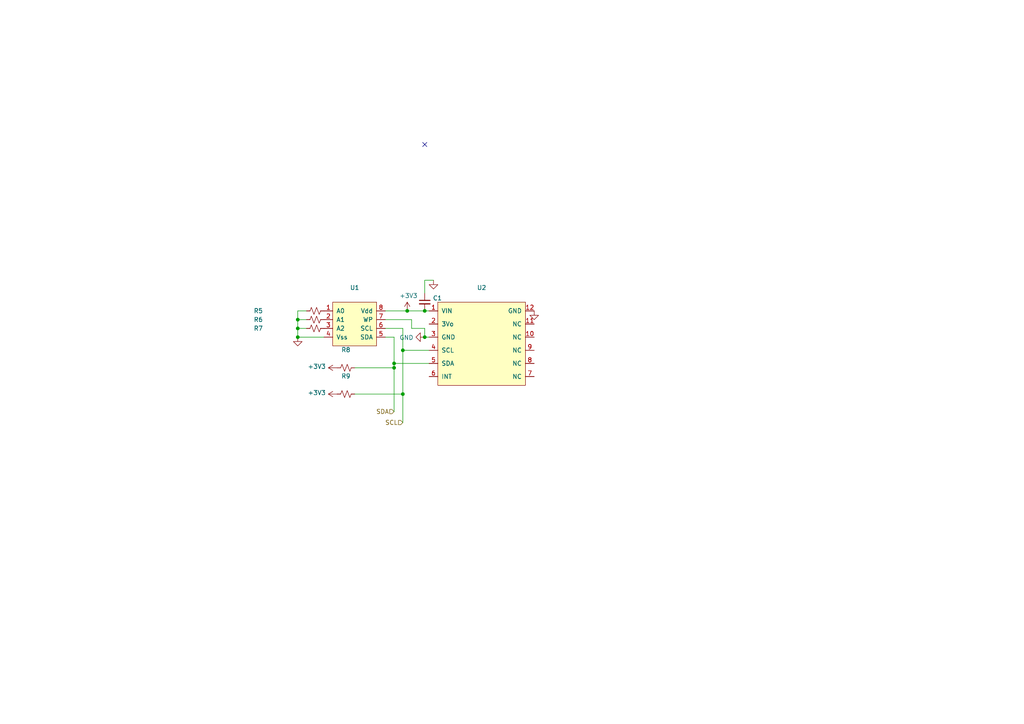
<source format=kicad_sch>
(kicad_sch (version 20211123) (generator eeschema)
  (paper "A4")
  (title_block (title "Avionics Board") (rev "A") (company "SilverSat Limited"))
  (lib_symbols
    (symbol "Device:C_Small" (pin_numbers hide) (pin_names (offset 0.254) hide)
      (property "Reference" "C" (at 0.254 1.778 0))
      (property "Value" "C_Small" (at 0.254 -2.032 0))
      (symbol "C_Small_0_1"
        (polyline (pts (xy -1.524 -0.508) (xy 1.524 -0.508)) (stroke (width 0.3302)))
        (polyline (pts (xy -1.524 0.508) (xy 1.524 0.508)) (stroke (width 0.3048)))
      )
      (symbol "C_Small_1_1"
        (pin passive line (at 0 2.54 270) (length 2.032) (name "~") (number "1"))
        (pin passive line (at 0 -2.54 90) (length 2.032) (name "~") (number "2"))
      )
    )
    (symbol "Device:R_Small_US" (pin_numbers hide) (pin_names (offset 0.254) hide)
      (property "Reference" "R" (at 0.762 0.508 0))
      (property "Value" "R_Small_US" (at 0.762 -1.016 0))
      (symbol "R_Small_US_1_1"
        (polyline (pts (xy 0 0) (xy 1.016 -0.381) (xy 0 -0.762) (xy -1.016 -1.143) (xy 0 -1.524)))
        (polyline (pts (xy 0 1.524) (xy 1.016 1.143) (xy 0 0.762) (xy -1.016 0.381) (xy 0 0)))
        (pin passive line (at 0 2.54 270) (length 1.016) (name "~") (number "1"))
        (pin passive line (at 0 -2.54 90) (length 1.016) (name "~") (number "2"))
      )
    )
    (symbol "SilverSat_symbols:AdaFruitMPU6050" (pin_names (offset 1.016))
      (property "Reference" "U" (at 0 0 0))
      (property "Value" "AdaFruitMPU6050" (at 0 0 0))
      (symbol "AdaFruitMPU6050_0_1"
        (rectangle (start -12.7 -6.35) (end 12.7 -30.48) (fill (type background)))
      )
      (symbol "AdaFruitMPU6050_1_1"
        (pin power_in line (at -15.24 -8.89 0) (length 2.54) (name "VIN") (number "1"))
        (pin input line (at 15.24 -16.51 180) (length 2.54) (name "NC") (number "10"))
        (pin input line (at 15.24 -12.7 180) (length 2.54) (name "NC") (number "11"))
        (pin input line (at 15.24 -8.89 180) (length 2.54) (name "GND") (number "12"))
        (pin power_out line (at -15.24 -12.7 0) (length 2.54) (name "3Vo") (number "2"))
        (pin input line (at -15.24 -16.51 0) (length 2.54) (name "GND") (number "3"))
        (pin input line (at -15.24 -20.32 0) (length 2.54) (name "SCL") (number "4"))
        (pin bidirectional line (at -15.24 -24.13 0) (length 2.54) (name "SDA") (number "5"))
        (pin input line (at -15.24 -27.94 0) (length 2.54) (name "INT") (number "6"))
        (pin input line (at 15.24 -27.94 180) (length 2.54) (name "NC") (number "7"))
        (pin input line (at 15.24 -24.13 180) (length 2.54) (name "NC") (number "8"))
        (pin input line (at 15.24 -20.32 180) (length 2.54) (name "NC") (number "9"))
      )
    )
    (symbol "SilverSat_symbols:CY15B256J_FRAM" (pin_names (offset 1.016))
      (property "Reference" "U" (at 0 0 0))
      (property "Value" "CY15B256J_FRAM" (at 0 -2.54 0))
      (symbol "CY15B256J_FRAM_0_1"
        (rectangle (start -6.35 -5.08) (end 6.35 -17.78) (fill (type background)))
      )
      (symbol "CY15B256J_FRAM_1_1"
        (pin input line (at -8.89 -7.62 0) (length 2.54) (name "A0") (number "1"))
        (pin input line (at -8.89 -10.16 0) (length 2.54) (name "A1") (number "2"))
        (pin input line (at -8.89 -12.7 0) (length 2.54) (name "A2") (number "3"))
        (pin power_in line (at -8.89 -15.24 0) (length 2.54) (name "Vss") (number "4"))
        (pin bidirectional line (at 8.89 -15.24 180) (length 2.54) (name "SDA") (number "5"))
        (pin input line (at 8.89 -12.7 180) (length 2.54) (name "SCL") (number "6"))
        (pin input line (at 8.89 -10.16 180) (length 2.54) (name "WP") (number "7"))
        (pin power_in line (at 8.89 -7.62 180) (length 2.54) (name "Vdd") (number "8"))
      )
    )
    (symbol "power:+3.3V" (power) (pin_names (offset 0))
      (property "Value" "+3.3V" (at 0 3.556 0))
      (symbol "+3.3V_0_1"
        (polyline (pts (xy -0.762 1.27) (xy 0 2.54)))
        (polyline (pts (xy 0 0) (xy 0 2.54)))
        (polyline (pts (xy 0 2.54) (xy 0.762 1.27)))
      )
      (symbol "+3.3V_1_1"
        (pin power_in line (at 0 0 90) (length 0) hide (name "+3V3") (number "1"))
      )
    )
    (symbol "power:GND" (power) (pin_names (offset 0))
      (property "Value" "GND" (at 0 -3.81 0))
      (symbol "GND_0_1"
        (polyline (pts (xy 0 0) (xy 0 -1.27) (xy 1.27 -1.27) (xy 0 -2.54) (xy -1.27 -1.27) (xy 0 -1.27)))
      )
      (symbol "GND_1_1"
        (pin power_in line (at 0 0 270) (length 0) hide (name "GND") (number "1"))
      )
    )
  )
  (junction (at 86.36 97.79))
  (junction (at 123.19 97.79))
  (junction (at 118.11 90.17))
  (junction (at 116.84 114.3))
  (junction (at 114.3 105.41))
  (junction (at 116.84 101.6))
  (junction (at 86.36 95.25))
  (junction (at 86.36 92.71))
  (junction (at 114.3 106.68))
  (junction (at 123.19 90.17))
  (no_connect (at 123.19 41.91))
  (wire (pts (xy 86.36 95.25) (xy 86.36 97.79)))
  (wire (pts (xy 124.46 105.41) (xy 114.3 105.41)))
  (wire (pts (xy 111.76 95.25) (xy 116.84 95.25)))
  (wire (pts (xy 123.19 85.09) (xy 123.19 81.28)))
  (wire (pts (xy 114.3 105.41) (xy 114.3 106.68)))
  (wire (pts (xy 86.36 90.17) (xy 86.36 92.71)))
  (wire (pts (xy 86.36 95.25) (xy 88.9 95.25)))
  (wire (pts (xy 111.76 90.17) (xy 118.11 90.17)))
  (wire (pts (xy 86.36 92.71) (xy 86.36 95.25)))
  (wire (pts (xy 124.46 101.6) (xy 116.84 101.6)))
  (wire (pts (xy 111.76 97.79) (xy 114.3 97.79)))
  (wire (pts (xy 119.38 95.25) (xy 119.38 92.71)))
  (wire (pts (xy 116.84 114.3) (xy 116.84 122.555)))
  (wire (pts (xy 118.11 90.17) (xy 123.19 90.17)))
  (wire (pts (xy 123.19 90.17) (xy 124.46 90.17)))
  (wire (pts (xy 123.19 81.28) (xy 125.73 81.28)))
  (wire (pts (xy 116.84 101.6) (xy 116.84 114.3)))
  (wire (pts (xy 114.3 106.68) (xy 114.3 119.38)))
  (wire (pts (xy 86.36 90.17) (xy 88.9 90.17)))
  (wire (pts (xy 86.36 97.79) (xy 93.98 97.79)))
  (wire (pts (xy 124.46 97.79) (xy 123.19 97.79)))
  (wire (pts (xy 114.3 97.79) (xy 114.3 105.41)))
  (wire (pts (xy 123.19 95.25) (xy 119.38 95.25)))
  (wire (pts (xy 123.19 97.79) (xy 123.19 95.25)))
  (wire (pts (xy 86.36 92.71) (xy 88.9 92.71)))
  (wire (pts (xy 102.87 106.68) (xy 114.3 106.68)))
  (wire (pts (xy 119.38 92.71) (xy 111.76 92.71)))
  (wire (pts (xy 116.84 95.25) (xy 116.84 101.6)))
  (wire (pts (xy 102.87 114.3) (xy 116.84 114.3)))
  (hierarchical_label "SCL" (shape input) (at 116.84 122.555 180))
  (hierarchical_label "SDA" (shape input) (at 114.3 119.38 180))
  (symbol (lib_id "SilverSat_symbols:AdaFruitMPU6050") (at 139.7 81.28 0) (unit 1)
    (property "Reference" "U2" (at 139.7 83.439 0))
    (property "Part_Number" "MPU6050" (effects hide))
  )
  (symbol (lib_id "SilverSat_symbols:CY15B256J_FRAM") (at 102.87 82.55 0) (unit 1)
    (property "Reference" "U1" (at 102.87 83.439 0))
    (property "Part_Number" "CY15B256J" (effects hide))
  )
  (symbol (lib_id "power:GND") (at 123.19 97.79 270) (unit 1)
    (property "Reference" "#PWR05" (effects hide))
    (property "Value" "GND" (at 119.9388 97.917 90) (effects (justify right)))
  )
  (symbol (lib_id "power:GND") (at 86.36 97.79 0) (unit 1)
    (property "Reference" "#PWR01" (effects hide))
    (property "Value" "GND" (effects hide))
  )
  (symbol (lib_id "Device:R_Small_US") (at 100.33 106.68 270) (unit 1)
    (property "Reference" "R8" (at 100.33 101.473 90))
    (property "Part_Number" "ERJ-3EKF4701V" (effects hide))
  )
  (symbol (lib_id "Device:R_Small_US") (at 100.33 114.3 270) (unit 1)
    (property "Reference" "R9" (at 100.33 109.093 90))
    (property "Part_Number" "ERJ-3EKF4701V" (effects hide))
  )
  (symbol (lib_id "power:+3.3V") (at 97.79 106.68 90) (unit 1)
    (property "Reference" "#PWR03" (effects hide))
    (property "Value" "+3.3V" (at 94.5388 106.299 90) (effects (justify left)))
  )
  (symbol (lib_id "power:+3.3V") (at 118.11 90.17 0) (unit 1)
    (property "Reference" "#PWR04" (effects hide))
    (property "Value" "+3.3V" (at 118.491 85.7758 0))
  )
  (symbol (lib_id "Device:C_Small") (at 123.19 87.63 0) (unit 1)
    (property "Reference" "C1" (at 125.5268 86.4616 0) (effects (justify left)))
    (property "Part_Number" "06035C104K4Z2A" (effects hide))
  )
  (symbol (lib_id "power:GND") (at 154.94 90.17 0) (unit 1)
    (property "Reference" "#PWR02" (effects hide))
    (property "Value" "GND" (effects hide))
  )
  (symbol (lib_id "Device:R_Small_US") (at 91.44 90.17 270) (unit 1)
    (property "Reference" "R5" (at 74.93 90.17 90))
    (property "Part_Number" "ERJ-3EKF1002V" (effects hide))
  )
  (symbol (lib_id "Device:R_Small_US") (at 91.44 92.71 270) (unit 1)
    (property "Reference" "R6" (at 74.93 92.71 90))
    (property "Part_Number" "ERJ-3EKF1002V" (effects hide))
  )
  (symbol (lib_id "Device:R_Small_US") (at 91.44 95.25 270) (unit 1)
    (property "Reference" "R7" (at 74.93 95.25 90))
    (property "Part_Number" "ERJ-3EKF1002V" (effects hide))
  )
  (symbol (lib_id "power:+3.3V") (at 97.79 114.3 90) (unit 1)
    (property "Reference" "#PWR034" (effects hide))
    (property "Value" "+3.3V" (at 94.5388 113.919 90) (effects (justify left)))
  )
  (symbol (lib_id "power:GND") (at 125.73 81.28 0) (unit 1)
    (property "Reference" "#PWR035" (effects hide))
    (property "Value" "GND" (effects hide))
  )
)
</source>
